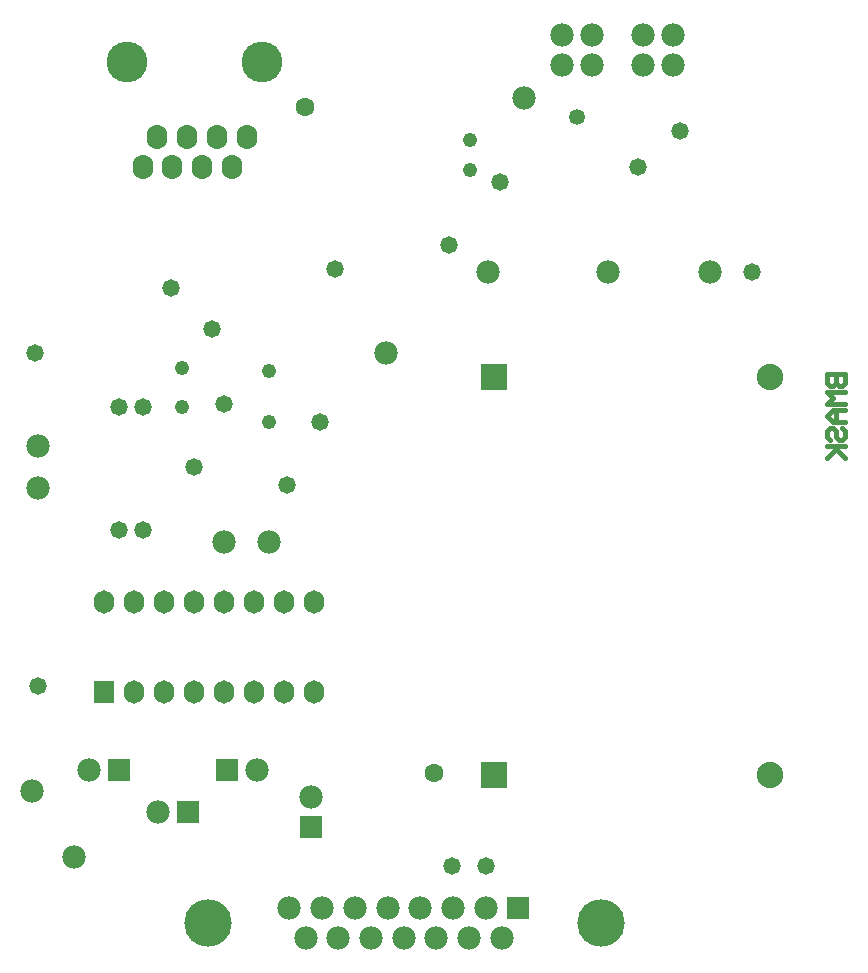
<source format=gbs>
%FSLAX24Y24*%
%MOIN*%
G70*
G01*
G75*
%ADD10R,0.0500X0.0600*%
%ADD11R,0.0320X0.0950*%
%ADD12R,0.0360X0.0360*%
%ADD13R,0.0600X0.0500*%
%ADD14R,0.0360X0.0500*%
%ADD15C,0.0200*%
%ADD16C,0.0150*%
%ADD17C,0.0300*%
%ADD18R,0.1000X0.6600*%
%ADD19R,0.0600X0.0700*%
%ADD20O,0.0600X0.0700*%
%ADD21C,0.0700*%
%ADD22C,0.1500*%
%ADD23R,0.0700X0.0700*%
%ADD24C,0.1280*%
%ADD25O,0.0600X0.0750*%
%ADD26R,0.0800X0.0800*%
%ADD27C,0.0800*%
%ADD28R,0.0650X0.0650*%
%ADD29C,0.0500*%
%ADD30C,0.0400*%
%ADD31C,0.0550*%
%ADD32C,0.0450*%
%ADD33C,0.0120*%
%ADD34C,0.0500*%
%ADD35C,0.0400*%
%ADD36R,0.1000X0.3500*%
%ADD37C,0.0100*%
%ADD38C,0.0079*%
%ADD39C,0.0080*%
%ADD40C,0.0000*%
%ADD41R,0.0580X0.0680*%
%ADD42R,0.0400X0.1030*%
%ADD43R,0.0440X0.0440*%
%ADD44R,0.0680X0.0580*%
%ADD45R,0.0440X0.0580*%
%ADD46R,0.0680X0.0780*%
%ADD47O,0.0680X0.0780*%
%ADD48C,0.0780*%
%ADD49C,0.1580*%
%ADD50R,0.0780X0.0780*%
%ADD51C,0.1360*%
%ADD52O,0.0680X0.0830*%
%ADD53R,0.0880X0.0880*%
%ADD54C,0.0880*%
%ADD55R,0.0730X0.0730*%
%ADD56C,0.0580*%
%ADD57C,0.0480*%
%ADD58C,0.0630*%
%ADD59C,0.0530*%
D16*
X134200Y88100D02*
X134800D01*
Y87800D01*
X134700Y87700D01*
X134600D01*
X134500Y87800D01*
Y88100D01*
Y87800D01*
X134400Y87700D01*
X134300D01*
X134200Y87800D01*
Y88100D01*
X134800Y87500D02*
X134200D01*
X134400Y87300D01*
X134200Y87100D01*
X134800D01*
Y86900D02*
X134400D01*
X134200Y86700D01*
X134400Y86501D01*
X134800D01*
X134500D01*
Y86900D01*
X134300Y85901D02*
X134200Y86001D01*
Y86201D01*
X134300Y86301D01*
X134400D01*
X134500Y86201D01*
Y86001D01*
X134600Y85901D01*
X134700D01*
X134800Y86001D01*
Y86201D01*
X134700Y86301D01*
X134200Y85701D02*
X134800D01*
X134600D01*
X134200Y85301D01*
X134500Y85601D01*
X134800Y85301D01*
D46*
X110100Y77500D02*
D03*
D47*
X111100D02*
D03*
X112100Y77500D02*
D03*
X113100D02*
D03*
X114100D02*
D03*
X115100Y77500D02*
D03*
X116100D02*
D03*
X117100Y77500D02*
D03*
X117100Y80500D02*
D03*
X116100D02*
D03*
X115100Y80500D02*
D03*
X114100D02*
D03*
X113100Y80500D02*
D03*
X112100Y80500D02*
D03*
X111100D02*
D03*
X110100D02*
D03*
D48*
X107900Y84311D02*
D03*
Y85689D02*
D03*
X118990Y69300D02*
D03*
X121170D02*
D03*
X122260D02*
D03*
X123350D02*
D03*
X118450Y70300D02*
D03*
X120630D02*
D03*
X119540Y70300D02*
D03*
X117360Y70300D02*
D03*
X116270Y70300D02*
D03*
X121720D02*
D03*
X122810Y70300D02*
D03*
X117900Y69300D02*
D03*
X116810D02*
D03*
X120080D02*
D03*
X107700Y74200D02*
D03*
X122900Y91500D02*
D03*
X130300D02*
D03*
X114100Y82500D02*
D03*
X124100Y97300D02*
D03*
X126900Y91500D02*
D03*
X109600Y74900D02*
D03*
X111900Y73500D02*
D03*
X115200Y74900D02*
D03*
X117000Y74000D02*
D03*
X126350Y99400D02*
D03*
Y98400D02*
D03*
X125350Y99400D02*
D03*
Y98400D02*
D03*
X129050Y99400D02*
D03*
Y98400D02*
D03*
X128050Y99400D02*
D03*
Y98400D02*
D03*
X115600Y82500D02*
D03*
X109100Y72000D02*
D03*
X119500Y88800D02*
D03*
D49*
X113550Y69800D02*
D03*
X126650Y69800D02*
D03*
D50*
X123900Y70300D02*
D03*
D51*
X110850Y98500D02*
D03*
X115350D02*
D03*
D52*
X111850Y96000D02*
D03*
X111400Y95000D02*
D03*
X112350Y95000D02*
D03*
X113850Y96000D02*
D03*
X113350Y95000D02*
D03*
X112850Y96000D02*
D03*
X114850Y96000D02*
D03*
X114350Y95000D02*
D03*
D53*
X123100Y74750D02*
D03*
Y88000D02*
D03*
D54*
X132300Y74750D02*
D03*
Y88000D02*
D03*
D55*
X110600Y74900D02*
D03*
X112900Y73500D02*
D03*
X114200Y74900D02*
D03*
X117000Y73000D02*
D03*
D56*
X122810Y71690D02*
D03*
X121700Y71700D02*
D03*
X121600Y92400D02*
D03*
X116200Y84400D02*
D03*
X131700Y91500D02*
D03*
X107800Y88800D02*
D03*
X107900Y77700D02*
D03*
X113100Y85000D02*
D03*
X117300Y86500D02*
D03*
X114100Y87100D02*
D03*
X129300Y96200D02*
D03*
X127900Y95000D02*
D03*
X123300Y94500D02*
D03*
X111400Y87000D02*
D03*
X110600D02*
D03*
Y82900D02*
D03*
X111400D02*
D03*
X117800Y91600D02*
D03*
X113700Y89600D02*
D03*
X112331Y90969D02*
D03*
D57*
X122300Y95900D02*
D03*
Y94900D02*
D03*
X112700Y87000D02*
D03*
Y88300D02*
D03*
X115600Y88200D02*
D03*
Y86500D02*
D03*
D58*
X116800Y97000D02*
D03*
X121100Y74800D02*
D03*
D59*
X125869Y96669D02*
D03*
M02*

</source>
